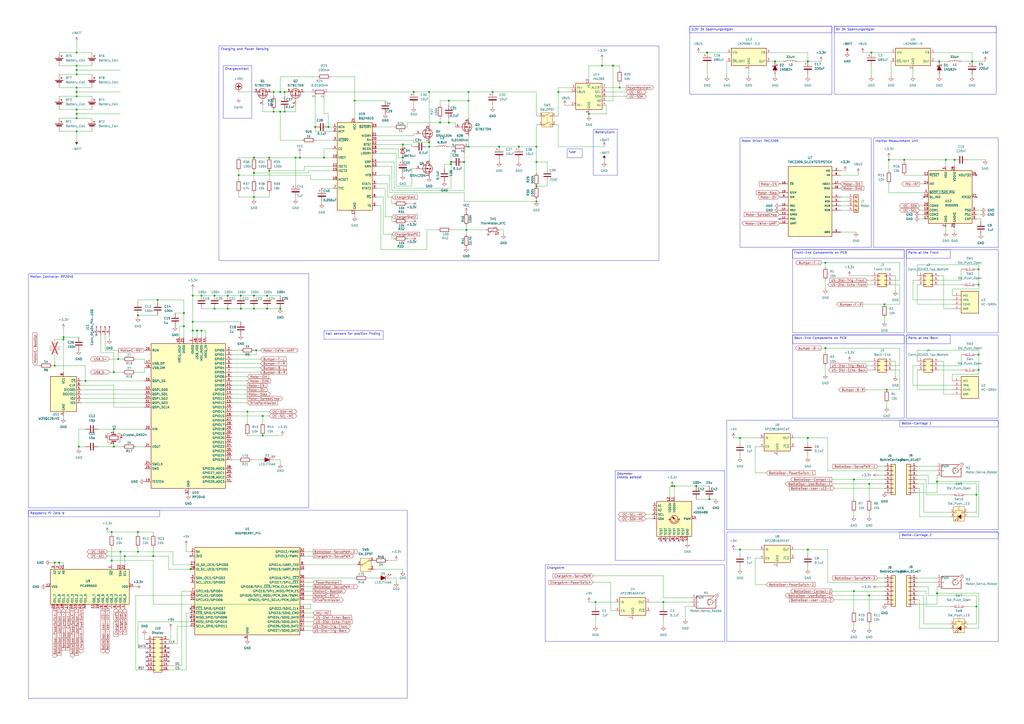
<source format=kicad_sch>
(kicad_sch
	(version 20231120)
	(generator "eeschema")
	(generator_version "8.0")
	(uuid "10e9ed1f-81fe-4a04-a219-cef72219a4ee")
	(paper "A2")
	
	(junction
		(at 429.26 318.77)
		(diameter 0)
		(color 0 0 0 0)
		(uuid "03268f60-248c-430f-9a48-def6cb6c976e")
	)
	(junction
		(at 148.59 203.2)
		(diameter 0)
		(color 0 0 0 0)
		(uuid "04234bed-4ba9-40ef-ac16-7d8ec800186b")
	)
	(junction
		(at 410.21 30.48)
		(diameter 0)
		(color 0 0 0 0)
		(uuid "06870aa4-4c9b-477d-9f05-4ca4de8f6a4d")
	)
	(junction
		(at 147.32 91.44)
		(diameter 0)
		(color 0 0 0 0)
		(uuid "078e93f4-ef9b-4a26-8fc8-7cb6440c9d83")
	)
	(junction
		(at 44.45 50.8)
		(diameter 0)
		(color 0 0 0 0)
		(uuid "083aae67-81c3-4ec2-bf4a-336ec22f72e9")
	)
	(junction
		(at 567.69 156.21)
		(diameter 0)
		(color 0 0 0 0)
		(uuid "0a9bdb1e-9b3a-41f4-835f-eeec191ae320")
	)
	(junction
		(at 205.74 58.42)
		(diameter 0)
		(color 0 0 0 0)
		(uuid "0fa84823-55a1-466b-9cc3-bd54f6acb385")
	)
	(junction
		(at 514.35 226.06)
		(diameter 0)
		(color 0 0 0 0)
		(uuid "1164d9f6-d69f-4765-bfe4-5ec41bb5ffc7")
	)
	(junction
		(at 270.51 133.35)
		(diameter 0)
		(color 0 0 0 0)
		(uuid "1591bc0a-595e-4743-a95b-031ef01c08e6")
	)
	(junction
		(at 248.92 53.34)
		(diameter 0)
		(color 0 0 0 0)
		(uuid "1679ec30-b595-4bc8-847c-00c67a55e84a")
	)
	(junction
		(at 411.48 289.56)
		(diameter 0)
		(color 0 0 0 0)
		(uuid "1b8fa2c7-fa8e-4998-809b-20561d475fbb")
	)
	(junction
		(at 389.89 281.94)
		(diameter 0)
		(color 0 0 0 0)
		(uuid "1d2d508c-e08b-4225-b0ac-1b0f49c14c3f")
	)
	(junction
		(at 36.83 195.58)
		(diameter 0)
		(color 0 0 0 0)
		(uuid "21be0d6d-08dd-4c6b-8dde-b3409b7daccd")
	)
	(junction
		(at 91.44 173.99)
		(diameter 0)
		(color 0 0 0 0)
		(uuid "22a4d2dd-f848-4193-8541-955420f6e17d")
	)
	(junction
		(at 44.45 68.58)
		(diameter 0)
		(color 0 0 0 0)
		(uuid "2421b6f1-9351-4b09-9d81-3293799c07ca")
	)
	(junction
		(at 543.56 279.4)
		(diameter 0)
		(color 0 0 0 0)
		(uuid "25fc08dd-dbcb-4986-8d99-a9d615e74609")
	)
	(junction
		(at 44.45 30.48)
		(diameter 0)
		(color 0 0 0 0)
		(uuid "265fbd34-c236-4afc-b472-ab5f7b1865f2")
	)
	(junction
		(at 64.77 325.12)
		(diameter 0)
		(color 0 0 0 0)
		(uuid "277e0764-7927-4216-849d-6bc3b8e09a44")
	)
	(junction
		(at 139.7 179.07)
		(diameter 0)
		(color 0 0 0 0)
		(uuid "29426718-41a1-4fab-a69c-de55200420f5")
	)
	(junction
		(at 44.45 43.18)
		(diameter 0)
		(color 0 0 0 0)
		(uuid "29b5096b-a417-4d8d-8959-38c8fd1009d5")
	)
	(junction
		(at 173.99 91.44)
		(diameter 0)
		(color 0 0 0 0)
		(uuid "2b369410-99bd-4582-9d81-3d76128a213a")
	)
	(junction
		(at 80.01 182.88)
		(diameter 0)
		(color 0 0 0 0)
		(uuid "2d0abeda-aac0-4388-a19d-3bc6f581aa05")
	)
	(junction
		(at 44.45 76.2)
		(diameter 0)
		(color 0 0 0 0)
		(uuid "2d1447b9-e1f8-416e-9e68-2f3a93be7887")
	)
	(junction
		(at 116.84 191.77)
		(diameter 0)
		(color 0 0 0 0)
		(uuid "2e7fad9a-09d7-4161-afc3-42855f89e07f")
	)
	(junction
		(at 187.96 91.44)
		(diameter 0)
		(color 0 0 0 0)
		(uuid "2fb5237e-5a20-44ce-8f36-963c438a2351")
	)
	(junction
		(at 147.32 179.07)
		(diameter 0)
		(color 0 0 0 0)
		(uuid "2fdf82e2-3891-4bd7-be3f-e7514a4bef5c")
	)
	(junction
		(at 311.15 85.09)
		(diameter 0)
		(color 0 0 0 0)
		(uuid "311f4d38-041f-4193-974d-1c83fbb67e88")
	)
	(junction
		(at 248.92 85.09)
		(diameter 0)
		(color 0 0 0 0)
		(uuid "35ac3a86-2b3b-4a03-adb1-0a5eb95a4bba")
	)
	(junction
		(at 124.46 179.07)
		(diameter 0)
		(color 0 0 0 0)
		(uuid "39a70374-4daf-4db7-bf38-bf4c46ca5dc6")
	)
	(junction
		(at 124.46 171.45)
		(diameter 0)
		(color 0 0 0 0)
		(uuid "3c018187-1d9c-4d03-8c02-29d04cab6f36")
	)
	(junction
		(at 88.9 322.58)
		(diameter 0)
		(color 0 0 0 0)
		(uuid "3ee83e4e-3370-4ed8-bcc6-114de62898d7")
	)
	(junction
		(at 349.25 38.1)
		(diameter 0)
		(color 0 0 0 0)
		(uuid "3eea0a00-3e9a-4c07-bf8c-cd1e7c4edf62")
	)
	(junction
		(at 147.32 100.33)
		(diameter 0)
		(color 0 0 0 0)
		(uuid "41cacee7-f5a4-4feb-90d3-5b89c79d1be2")
	)
	(junction
		(at 147.32 171.45)
		(diameter 0)
		(color 0 0 0 0)
		(uuid "451af065-1b1a-4969-88c6-18b12c3eaf4b")
	)
	(junction
		(at 513.08 176.53)
		(diameter 0)
		(color 0 0 0 0)
		(uuid "46e71d5b-0486-4156-82c5-6cd1b8ff00c5")
	)
	(junction
		(at 116.84 171.45)
		(diameter 0)
		(color 0 0 0 0)
		(uuid "470f61d3-5f15-44b3-9be8-d7ad98c6cb59")
	)
	(junction
		(at 355.6 38.1)
		(diameter 0)
		(color 0 0 0 0)
		(uuid "4a08adb7-ea48-4326-a6c2-0515fd040642")
	)
	(junction
		(at 311.15 107.95)
		(diameter 0)
		(color 0 0 0 0)
		(uuid "4c87b946-ba01-4b69-b1a9-9e7e6044b062")
	)
	(junction
		(at 31.75 212.09)
		(diameter 0)
		(color 0 0 0 0)
		(uuid "4f324c9b-e82a-4655-af45-70ad70b76b07")
	)
	(junction
		(at 165.1 64.77)
		(diameter 0)
		(color 0 0 0 0)
		(uuid "4f5c7b81-43d6-4512-a1ff-f2767706b81b")
	)
	(junction
		(at 80.01 308.61)
		(diameter 0)
		(color 0 0 0 0)
		(uuid "4fafc432-26d7-4c70-844e-cbe5d393e13c")
	)
	(junction
		(at 68.58 208.28)
		(diameter 0)
		(color 0 0 0 0)
		(uuid "515f183c-9db6-4e5c-a04a-45e2e5b7cfce")
	)
	(junction
		(at 260.35 71.12)
		(diameter 0)
		(color 0 0 0 0)
		(uuid "51a07f6d-fef6-4ded-b7b5-940b5c2502f1")
	)
	(junction
		(at 563.88 35.56)
		(diameter 0)
		(color 0 0 0 0)
		(uuid "55e24700-a976-46b6-9a5e-322947c19269")
	)
	(junction
		(at 261.62 95.25)
		(diameter 0)
		(color 0 0 0 0)
		(uuid "5648a747-6913-4918-8ca5-acc9f5883311")
	)
	(junction
		(at 504.19 345.44)
		(diameter 0)
		(color 0 0 0 0)
		(uuid "57161dd7-66d7-4a82-9a79-eaa5c269842f")
	)
	(junction
		(at 248.92 82.55)
		(diameter 0)
		(color 0 0 0 0)
		(uuid "594a1fa7-7f41-4e93-aa45-4e1c30e0c436")
	)
	(junction
		(at 567.69 214.63)
		(diameter 0)
		(color 0 0 0 0)
		(uuid "594cf67e-7a44-4414-8f11-a3da63be89bc")
	)
	(junction
		(at 255.27 71.12)
		(diameter 0)
		(color 0 0 0 0)
		(uuid "5cb3f681-a5b8-4722-b634-c4ebdba652ce")
	)
	(junction
		(at 548.64 92.71)
		(diameter 0)
		(color 0 0 0 0)
		(uuid "5eef07a4-476c-4d20-ab85-4e2f6966be7d")
	)
	(junction
		(at 567.69 205.74)
		(diameter 0)
		(color 0 0 0 0)
		(uuid "6a3dc16e-cbd1-4799-aa60-2efd10351d35")
	)
	(junction
		(at 261.62 93.98)
		(diameter 0)
		(color 0 0 0 0)
		(uuid "6bda25a7-d433-4177-8a8c-e3ecc441d877")
	)
	(junction
		(at 111.76 191.77)
		(diameter 0)
		(color 0 0 0 0)
		(uuid "6d65149c-99e1-48b1-afd4-3fc0a4e61402")
	)
	(junction
		(at 311.15 93.98)
		(diameter 0)
		(color 0 0 0 0)
		(uuid "6ef56cb4-6ee0-4075-bb1b-a819c1239ddb")
	)
	(junction
		(at 44.45 66.04)
		(diameter 0)
		(color 0 0 0 0)
		(uuid "6f780dc5-431b-4107-8aa6-7a7b80f485db")
	)
	(junction
		(at 80.01 320.04)
		(diameter 0)
		(color 0 0 0 0)
		(uuid "7008afad-ebe6-4b0c-994b-1ffb34cb38c0")
	)
	(junction
		(at 495.3 278.13)
		(diameter 0)
		(color 0 0 0 0)
		(uuid "75888cbd-2c9c-44cc-a124-d721d5a43a54")
	)
	(junction
		(at 66.04 259.08)
		(diameter 0)
		(color 0 0 0 0)
		(uuid "75b73604-a04b-4e5e-8f2b-d7112a354c76")
	)
	(junction
		(at 152.4 252.73)
		(diameter 0)
		(color 0 0 0 0)
		(uuid "75ef01e9-385c-4ea7-9683-cb33dac2e24c")
	)
	(junction
		(at 156.21 99.06)
		(diameter 0)
		(color 0 0 0 0)
		(uuid "7a6f0ed7-48cc-489f-9f10-fea7b8900c2e")
	)
	(junction
		(at 44.45 40.64)
		(diameter 0)
		(color 0 0 0 0)
		(uuid "7b5e014f-6d02-49ab-956c-429ce09c3d2b")
	)
	(junction
		(at 566.42 351.79)
		(diameter 0)
		(color 0 0 0 0)
		(uuid "7cb410a2-cd21-4a99-a0fc-9cfba2c05cfa")
	)
	(junction
		(at 154.94 171.45)
		(diameter 0)
		(color 0 0 0 0)
		(uuid "7dc31fcc-7a3f-43f9-9177-cd22c32ac711")
	)
	(junction
		(at 543.56 344.17)
		(diameter 0)
		(color 0 0 0 0)
		(uuid "80f79bba-cc7f-4b8e-9517-8f247a51f6a4")
	)
	(junction
		(at 311.15 116.84)
		(diameter 0)
		(color 0 0 0 0)
		(uuid "821cd109-e758-4a14-9a36-4eccd116b2e8")
	)
	(junction
		(at 158.75 64.77)
		(diameter 0)
		(color 0 0 0 0)
		(uuid "82b92c49-401a-4913-858f-7e3f2f46ddcf")
	)
	(junction
		(at 111.76 186.69)
		(diameter 0)
		(color 0 0 0 0)
		(uuid "84d0a7d8-7dd4-4f12-bcc9-40014992f2ac")
	)
	(junction
		(at 504.19 280.67)
		(diameter 0)
		(color 0 0 0 0)
		(uuid "8521d5a2-40ba-4a5d-a5c4-2e6ef9471c28")
	)
	(junction
		(at 240.03 53.34)
		(diameter 0)
		(color 0 0 0 0)
		(uuid "85aefa31-e41f-4715-9986-793490d285ff")
	)
	(junction
		(at 44.45 53.34)
		(diameter 0)
		(color 0 0 0 0)
		(uuid "87f4a9f5-047d-4055-84ef-ce082379ddb6")
	)
	(junction
		(at 162.56 64.77)
		(diameter 0)
		(color 0 0 0 0)
		(uuid "882212e7-c879-43a9-94f4-d1d58d5f9db1")
	)
	(junction
		(at 478.79 201.93)
		(diameter 0)
		(color 0 0 0 0)
		(uuid "88a18d9a-46e4-498d-9d39-2906a2038335")
	)
	(junction
		(at 271.78 85.09)
		(diameter 0)
		(color 0 0 0 0)
		(uuid "8a7f6c4c-38fa-47ce-ae35-629d17876516")
	)
	(junction
		(at 111.76 171.45)
		(diameter 0)
		(color 0 0 0 0)
		(uuid "8c8781ed-ac6a-4428-9845-847cdc5f6708")
	)
	(junction
		(at 271.78 53.34)
		(diameter 0)
		(color 0 0 0 0)
		(uuid "8e4272b3-cc34-461e-ac6a-bc00f9b86312")
	)
	(junction
		(at 271.78 58.42)
		(diameter 0)
		(color 0 0 0 0)
		(uuid "8f6c5fa1-1431-4ada-bf5f-e2d89623533d")
	)
	(junction
		(at 132.08 179.07)
		(diameter 0)
		(color 0 0 0 0)
		(uuid "90d555f8-82ed-4e5b-9fde-9f2563ca9a84")
	)
	(junction
		(at 345.44 349.25)
		(diameter 0)
		(color 0 0 0 0)
		(uuid "9339e47f-85f5-408a-b36c-b27fd8430462")
	)
	(junction
		(at 190.5 73.66)
		(diameter 0)
		(color 0 0 0 0)
		(uuid "93f07516-6868-4305-aacb-0ba200e0c11d")
	)
	(junction
		(at 162.56 179.07)
		(diameter 0)
		(color 0 0 0 0)
		(uuid "9471eeb1-2a59-42c9-9805-be6e33dda6f7")
	)
	(junction
		(at 495.3 342.9)
		(diameter 0)
		(color 0 0 0 0)
		(uuid "95c38d03-b4bc-4d18-b7ec-e184e5f2b0d1")
	)
	(junction
		(at 158.75 53.34)
		(diameter 0)
		(color 0 0 0 0)
		(uuid "96aa31a1-4e10-459b-997d-dbaa4ad37b35")
	)
	(junction
		(at 515.62 92.71)
		(diameter 0)
		(color 0 0 0 0)
		(uuid "99315baa-d1fc-4dc4-bcfc-637bd899f1ef")
	)
	(junction
		(at 544.83 35.56)
		(diameter 0)
		(color 0 0 0 0)
		(uuid "99af6a2b-938f-4a05-a868-2edc7d4b2aed")
	)
	(junction
		(at 72.39 322.58)
		(diameter 0)
		(color 0 0 0 0)
		(uuid "9a382fe7-2567-41bd-b706-8a429acfe147")
	)
	(junction
		(at 154.94 179.07)
		(diameter 0)
		(color 0 0 0 0)
		(uuid "9c8a7697-ebc2-4d23-9b1c-948f5bccfdc2")
	)
	(junction
		(at 49.53 220.98)
		(diameter 0)
		(color 0 0 0 0)
		(uuid "9e9c8458-49a2-4c4a-9aa4-a77a98a09679")
	)
	(junction
		(at 391.16 281.94)
		(diameter 0)
		(color 0 0 0 0)
		(uuid "9f75e55c-6b64-43ca-a3d6-8f8cc0d4d803")
	)
	(junction
		(at 44.45 55.88)
		(diameter 0)
		(color 0 0 0 0)
		(uuid "a042a7b2-81e2-4dbc-9fc4-79a7c6613bb5")
	)
	(junction
		(at 106.68 189.23)
		(diameter 0)
		(color 0 0 0 0)
		(uuid "a0da04da-7b55-4416-b220-aaaa0dffdfe3")
	)
	(junction
		(at 143.51 238.76)
		(diameter 0)
		(color 0 0 0 0)
		(uuid "a174328b-591f-4f4e-acd9-d1960c5a1d5e")
	)
	(junction
		(at 45.72 259.08)
		(diameter 0)
		(color 0 0 0 0)
		(uuid "a3540f26-1336-4e81-a8eb-434080559b46")
	)
	(junction
		(at 110.49 330.2)
		(diameter 0)
		(color 0 0 0 0)
		(uuid "a8b3ec47-a9a9-4ba1-b749-6c31898f83b9")
	)
	(junction
		(at 114.3 191.77)
		(diameter 0)
		(color 0 0 0 0)
		(uuid "a9ae8d97-5143-4d48-8437-3701e9202cc1")
	)
	(junction
		(at 171.45 91.44)
		(diameter 0)
		(color 0 0 0 0)
		(uuid "b5f21407-4b80-434f-ba8b-2953c30b04b1")
	)
	(junction
		(at 566.42 287.02)
		(diameter 0)
		(color 0 0 0 0)
		(uuid "b783d9c8-d090-495a-83a1-e580f2c25178")
	)
	(junction
		(at 468.63 318.77)
		(diameter 0)
		(color 0 0 0 0)
		(uuid "bbc22500-7889-4288-be0d-cfd80288ac5c")
	)
	(junction
		(at 384.81 349.25)
		(diameter 0)
		(color 0 0 0 0)
		(uuid "bc4e959e-e2ad-4122-b784-10f1fe12ed65")
	)
	(junction
		(at 147.32 114.3)
		(diameter 0)
		(color 0 0 0 0)
		(uuid "c0be65a4-b948-4986-9442-3575c41d013b")
	)
	(junction
		(at 64.77 308.61)
		(diameter 0)
		(color 0 0 0 0)
		(uuid "c5a02223-bddc-4462-98b4-b63f3acdf809")
	)
	(junction
		(at 449.58 35.56)
		(diameter 0)
		(color 0 0 0 0)
		(uuid "c799042d-ae88-43cc-a271-0df941a8f484")
	)
	(junction
		(at 269.24 93.98)
		(diameter 0)
		(color 0 0 0 0)
		(uuid "c7d05e29-29a0-49a9-a586-8d5da62223fe")
	)
	(junction
		(at 553.72 92.71)
		(diameter 0)
		(color 0 0 0 0)
		(uuid "c85e723b-7570-4cf5-84ad-b61532129048")
	)
	(junction
		(at 289.56 85.09)
		(diameter 0)
		(color 0 0 0 0)
		(uuid "c98230bc-9741-4d2b-b0c6-8db53ea0f657")
	)
	(junction
		(at 69.85 320.04)
		(diameter 0)
		(color 0 0 0 0)
		(uuid "c9829d1e-e068-4d7b-979c-0567ec83b092")
	)
	(junction
		(at 156.21 91.44)
		(diameter 0)
		(color 0 0 0 0)
		(uuid "c9b95984-e325-4229-95f0-72e6effc4e99")
	)
	(junction
		(at 300.99 85.09)
		(diameter 0)
		(color 0 0 0 0)
		(uuid "cb05a25a-166f-42f3-90e5-a4460cb0206d")
	)
	(junction
		(at 66.04 248.92)
		(diameter 0)
		(color 0 0 0 0)
		(uuid "cde65cd6-c066-46d8-a2f4-f11966f8d9bc")
	)
	(junction
		(at 233.68 83.82)
		(diameter 0)
		(color 0 0 0 0)
		(uuid "ce7a012a-b7ac-4733-9453-7513c5eadd71")
	)
	(junction
		(at 36.83 196.85)
		(diameter 0)
		(color 0 0 0 0)
		(uuid "cf515f11-e932-4ebb-a615-a2f4c79f2c55")
	)
	(junction
		(at 341.63 66.04)
		(diameter 0)
		(color 0 0 0 0)
		(uuid "d11ba81a-bdac-481a-9bd9-cd8d713f0ecf")
	)
	(junction
		(at 44.45 38.1)
		(diameter 0)
		(color 0 0 0 0)
		(uuid "d460fc4e-116b-461c-9aad-963e945b1fdb")
	)
	(junction
		(at 182.88 73.66)
		(diameter 0)
		(color 0 0 0 0)
		(uuid "d7218f09-481c-4dfb-8660-d32c7d548973")
	)
	(junction
		(at 31.75 326.39)
		(diameter 0)
		(color 0 0 0 0)
		(uuid "d7cc7e0e-4b77-4814-a0d4-6785824da040")
	)
	(junction
		(at 403.86 281.94)
		(diameter 0)
		(color 0 0 0 0)
		(uuid "db7b671f-52e1-4b28-8b64-2de38bc73d4f")
	)
	(junction
		(at 152.4 241.3)
		(diameter 0)
		(color 0 0 0 0)
		(uuid "dc242737-9d3c-4090-9829-a23ee9040928")
	)
	(junction
		(at 478.79 152.4)
		(diameter 0)
		(color 0 0 0 0)
		(uuid "dc30a080-afb7-48a1-9348-3fa78b8193e0")
	)
	(junction
		(at 66.04 215.9)
		(diameter 0)
		(color 0 0 0 0)
		(uuid "decbe553-a3bd-4fc0-9f73-f7e590a6e953")
	)
	(junction
		(at 139.7 171.45)
		(diameter 0)
		(color 0 0 0 0)
		(uuid "e1775e11-9fe6-4463-8146-18d8ced08735")
	)
	(junction
		(at 106.68 181.61)
		(diameter 0)
		(color 0 0 0 0)
		(uuid "e18add9c-c3d0-41a9-8ecf-c6c33a8a8953")
	)
	(junction
		(at 162.56 53.34)
		(diameter 0)
		(color 0 0 0 0)
		(uuid "e638f2a4-5e9e-4671-badd-88fbc55318f6")
	)
	(junction
		(at 429.26 254)
		(diameter 0)
		(color 0 0 0 0)
		(uuid "e643f0fc-a1a1-4012-a5b0-69948705cd8f")
	)
	(junction
		(at 165.1 53.34)
		(diameter 0)
		(color 0 0 0 0)
		(uuid "e996c373-c3aa-4ac5-9496-1773721cfd1c")
	)
	(junction
		(at 132.08 171.45)
		(diameter 0)
		(color 0 0 0 0)
		(uuid "ebd25529-48dc-4d3c-995a-0a53a2b21d6f")
	)
	(junction
		(at 285.75 53.34)
		(diameter 0)
		(color 0 0 0 0)
		(uuid "ed079d0b-fea7-481b-852a-0b16d86be289")
	)
	(junction
		(at 359.41 50.8)
		(diameter 0)
		(color 0 0 0 0)
		(uuid "ee21e3f5-e352-4a84-93cf-62e554bde62b")
	)
	(junction
		(at 260.35 58.42)
		(diameter 0)
		(color 0 0 0 0)
		(uuid "ee485631-1076-491b-ae9c-d926dec44c36")
	)
	(junction
		(at 323.85 53.34)
		(diameter 0)
		(color 0 0 0 0)
		(uuid "eec98f71-cafb-4731-a4ef-ebdea913f8f8")
	)
	(junction
		(at 468.63 254)
		(diameter 0)
		(color 0 0 0 0)
		(uuid "efd94e32-e0ba-4970-b1bf-8fd3aa6a1536")
	)
	(junction
		(at 524.51 92.71)
		(diameter 0)
		(color 0 0 0 0)
		(uuid "f1ea72bd-ddab-4c9c-bc3e-94b9ac135f23")
	)
	(junction
		(at 34.29 326.39)
		(diameter 0)
		(color 0 0 0 0)
		(uuid "f2ce2bf7-3045-45bb-b7fc-f2ad386e880f")
	)
	(junction
		(at 138.43 101.6)
		(diameter 0)
		(color 0 0 0 0)
		(uuid "f7c9a31e-a985-4a15-ba63-951e53625b76")
	)
	(junction
		(at 233.68 91.44)
		(diameter 0)
		(color 0 0 0 0)
		(uuid "f7fb99b1-7b2a-472f-90af-0ba450949010")
	)
	(junction
		(at 567.69 165.1)
		(diameter 0)
		(color 0 0 0 0)
		(uuid "f809335f-7b79-4149-8b15-3c5482826fa5")
	)
	(junction
		(at 505.46 30.48)
		(diameter 0)
		(color 0 0 0 0)
		(uuid "f91e5096-4f67-48ae-a66f-f4215968b35a")
	)
	(junction
		(at 44.45 63.5)
		(diameter 0)
		(color 0 0 0 0)
		(uuid "fe282bc1-f285-4dcb-aaf1-eb1ddb5ceb2f")
	)
	(junction
		(at 468.63 35.56)
		(diameter 0)
		(color 0 0 0 0)
		(uuid "fedb9ee5-9f24-4d12-a2db-5fd24ffa6199")
	)
	(no_connect
		(at 97.79 381)
		(uuid "021001d3-54bb-43af-96f6-b26e9c659e18")
	)
	(no_connect
		(at 452.12 127)
		(uuid "0260e9ab-8e3e-4bc2-9dbe-5591cc0b01ef")
	)
	(no_connect
		(at 393.7 313.69)
		(uuid "0aa3e324-e029-4e75-a35d-32bbcc9a147b")
	)
	(no_connect
		(at 535.94 114.3)
		(uuid "0dbbdef1-cd64-4ae0-a69d-69f0c468be48")
	)
	(no_connect
		(at 85.09 378.46)
		(uuid "26a83691-8bca-4558-b04c-8dc3d911c369")
	)
	(no_connect
		(at 566.42 101.6)
		(uuid "384be073-ba93-4b1b-904d-552e784c8b00")
	)
	(no_connect
		(at 110.49 322.58)
		(uuid "47a92e0d-52a0-4f2c-8d09-ee9bd39c40b1")
	)
	(no_connect
		(at 97.79 375.92)
		(uuid "4b40c3af-bf17-4bab-9bb5-2510a50a4ec9")
	)
	(no_connect
		(at 396.24 313.69)
		(uuid "5a46784a-dd16-4e27-8b4d-1d363770a20f")
	)
	(no_connect
		(at 97.79 378.46)
		(uuid "6257e041-cd99-4a49-8a76-f3ff86946193")
	)
	(no_connect
		(at 391.16 313.69)
		(uuid "76f314ef-0d7b-44b6-aab5-f5f230adbd7e")
	)
	(no_connect
		(at 85.09 373.38)
		(uuid "7bd2e65b-56d9-420c-a018-2a5d5a02554e")
	)
	(no_connect
		(at 110.49 358.14)
		(uuid "9a125ab6-104d-4f14-b891-62a62e1dabbe")
	)
	(no_connect
		(at 85.09 381)
		(uuid "9b2289bf-8143-4131-9381-e619526b00f4")
	)
	(no_connect
		(at 386.08 313.69)
		(uuid "a9eb4a0c-15fe-49cf-b559-eed295bbc624")
	)
	(no_connect
		(at 85.09 383.54)
		(uuid "bfb6b1e8-8245-4b92-add5-709ad45e5f85")
	)
	(no_connect
		(at 55.88 194.31)
		(uuid "c2ad0957-19e7-43e7-a01b-6131327d59c9")
	)
	(no_connect
		(at 388.62 313.69)
		(uuid "c3df7663-15a5-4e50-b4fd-21a303b85af3")
	)
	(no_connect
		(at 383.54 313.69)
		(uuid "c7b5a869-6317-49bc-8d06-4f3c522bd3e5")
	)
	(no_connect
		(at 566.42 114.3)
		(uuid "dbf644f0-5284-44a5-8de9-ca76d961beec")
	)
	(no_connect
		(at 110.49 353.06)
		(uuid "e345bbe3-e995-4b6e-ae48-7e9601f776ae")
	)
	(no_connect
		(at 85.09 386.08)
		(uuid "e587497b-cd6b-4b10-b992-efd6ef61afce")
	)
	(no_connect
		(at 97.79 383.54)
		(uuid "fb97d1e7-9674-45c1-9941-25e8c7381056")
	)
	(wire
		(pts
			(xy 66.04 259.08) (xy 66.04 257.81)
		)
		(stroke
			(width 0)
			(type default)
		)
		(uuid "001dffd7-7641-4fd9-a9d3-c65c327bb6e0")
	)
	(wire
		(pts
			(xy 567.69 203.2) (xy 532.13 203.2)
		)
		(stroke
			(width 0)
			(type default)
		)
		(uuid "010455f5-cb6a-4251-87f5-60e736b25ecb")
	)
	(wire
		(pts
			(xy 248.92 85.09) (xy 252.73 85.09)
		)
		(stroke
			(width 0)
			(type default)
		)
		(uuid "01544584-5bf4-4092-b24e-068aaa0fc62f")
	)
	(wire
		(pts
			(xy 62.23 320.04) (xy 69.85 320.04)
		)
		(stroke
			(width 0)
			(type default)
		)
		(uuid "020e7bd2-975d-483f-8535-d66b8332c03a")
	)
	(wire
		(pts
			(xy 181.61 322.58) (xy 176.53 322.58)
		)
		(stroke
			(width 0)
			(type default)
		)
		(uuid "021dd310-9842-412f-b9a6-439ebfee9b07")
	)
	(wire
		(pts
			(xy 60.96 203.2) (xy 60.96 194.31)
		)
		(stroke
			(width 0)
			(type default)
		)
		(uuid "024b73a8-241a-41ac-8ba5-fb036987d738")
	)
	(wire
		(pts
			(xy 521.97 214.63) (xy 518.16 214.63)
		)
		(stroke
			(width 0)
			(type default)
		)
		(uuid "02694717-9285-40e8-852d-4a4b6d6acde5")
	)
	(wire
		(pts
			(xy 500.38 176.53) (xy 513.08 176.53)
		)
		(stroke
			(width 0)
			(type default)
		)
		(uuid "026df141-edee-4563-b366-9389b7745b89")
	)
	(wire
		(pts
			(xy 491.49 116.84) (xy 487.68 116.84)
		)
		(stroke
			(width 0)
			(type default)
		)
		(uuid "02b7188a-3b50-4bb1-b815-4dd64aeb1ff5")
	)
	(wire
		(pts
			(xy 504.19 354.33) (xy 504.19 345.44)
		)
		(stroke
			(width 0)
			(type default)
		)
		(uuid "02db2914-8822-456d-9c6f-fd12122a370b")
	)
	(wire
		(pts
			(xy 91.44 173.99) (xy 106.68 173.99)
		)
		(stroke
			(width 0)
			(type default)
		)
		(uuid "030cf6e0-7220-478f-8ce6-506488ec880c")
	)
	(wire
		(pts
			(xy 176.53 99.06) (xy 176.53 96.52)
		)
		(stroke
			(width 0)
			(type default)
		)
		(uuid "03467e4e-cdde-4172-a246-476cc9bb7d30")
	)
	(wire
		(pts
			(xy 478.79 201.93) (xy 521.97 201.93)
		)
		(stroke
			(width 0)
			(type default)
		)
		(uuid "044831d4-03cf-4a62-8912-d2bdba5522ce")
	)
	(wire
		(pts
			(xy 107.95 355.6) (xy 110.49 355.6)
		)
		(stroke
			(width 0)
			(type default)
		)
		(uuid "045e866b-d67e-4609-be35-2f3d3fb07dd0")
	)
	(wire
		(pts
			(xy 497.84 101.6) (xy 497.84 100.33)
		)
		(stroke
			(width 0)
			(type default)
		)
		(uuid "0485acd8-4b46-4c42-b37e-992dbf2afcab")
	)
	(wire
		(pts
			(xy 516.89 44.45) (xy 516.89 35.56)
		)
		(stroke
			(width 0)
			(type default)
		)
		(uuid "048bb947-f301-4b5c-ad0f-8ed3c611c4ac")
	)
	(wire
		(pts
			(xy 444.5 339.09) (xy 438.15 339.09)
		)
		(stroke
			(width 0)
			(type default)
		)
		(uuid "06a93dd4-98a6-4286-abe5-50bc9d21607c")
	)
	(wire
		(pts
			(xy 254 133.35) (xy 247.65 133.35)
		)
		(stroke
			(width 0)
			(type default)
		)
		(uuid "070ff180-f11b-4d52-a350-0ecc88fdfe16")
	)
	(wire
		(pts
			(xy 44.45 40.64) (xy 69.85 40.64)
		)
		(stroke
			(width 0)
			(type default)
		)
		(uuid "07f65511-514b-40e6-bece-50eb6771ef28")
	)
	(wire
		(pts
			(xy 359.41 50.8) (xy 359.41 48.26)
		)
		(stroke
			(width 0)
			(type default)
		)
		(uuid "080911a9-7fd1-4a2f-a512-6ec6992ba3a0")
	)
	(wire
		(pts
			(xy 213.36 335.28) (xy 218.44 335.28)
		)
		(stroke
			(width 0)
			(type default)
		)
		(uuid "093b43b4-12e8-4e38-b51c-693434ae7398")
	)
	(wire
		(pts
			(xy 165.1 63.5) (xy 165.1 64.77)
		)
		(stroke
			(width 0)
			(type default)
		)
		(uuid "09588aa3-eb9b-4c1f-b792-cf7633bb7e08")
	)
	(wire
		(pts
			(xy 461.01 254) (xy 468.63 254)
		)
		(stroke
			(width 0)
			(type default)
		)
		(uuid "096359c0-aaa2-4c39-b067-d620e5f29e71")
	)
	(wire
		(pts
			(xy 521.97 212.09) (xy 521.97 201.93)
		)
		(stroke
			(width 0)
			(type default)
		)
		(uuid "09d34397-eb92-416e-b25c-6435a5e714c2")
	)
	(wire
		(pts
			(xy 425.45 318.77) (xy
... [469762 chars truncated]
</source>
